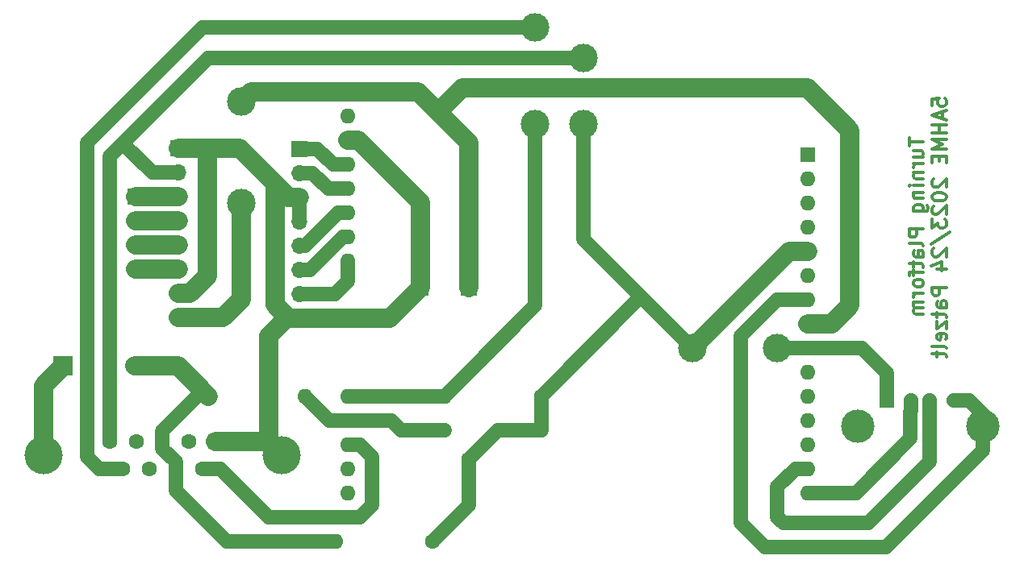
<source format=gbr>
G04 #@! TF.GenerationSoftware,KiCad,Pcbnew,7.0.10*
G04 #@! TF.CreationDate,2024-02-13T08:47:13+01:00*
G04 #@! TF.ProjectId,240116_Turning_Platform,32343031-3136-45f5-9475-726e696e675f,rev?*
G04 #@! TF.SameCoordinates,Original*
G04 #@! TF.FileFunction,Copper,L2,Bot*
G04 #@! TF.FilePolarity,Positive*
%FSLAX46Y46*%
G04 Gerber Fmt 4.6, Leading zero omitted, Abs format (unit mm)*
G04 Created by KiCad (PCBNEW 7.0.10) date 2024-02-13 08:47:13*
%MOMM*%
%LPD*%
G01*
G04 APERTURE LIST*
%ADD10C,0.300000*%
G04 #@! TA.AperFunction,NonConductor*
%ADD11C,0.300000*%
G04 #@! TD*
G04 #@! TA.AperFunction,ComponentPad*
%ADD12C,1.600000*%
G04 #@! TD*
G04 #@! TA.AperFunction,ComponentPad*
%ADD13O,1.600000X1.600000*%
G04 #@! TD*
G04 #@! TA.AperFunction,ComponentPad*
%ADD14R,2.000000X2.000000*%
G04 #@! TD*
G04 #@! TA.AperFunction,ComponentPad*
%ADD15C,2.000000*%
G04 #@! TD*
G04 #@! TA.AperFunction,ComponentPad*
%ADD16C,4.000000*%
G04 #@! TD*
G04 #@! TA.AperFunction,ComponentPad*
%ADD17R,1.600000X1.600000*%
G04 #@! TD*
G04 #@! TA.AperFunction,ComponentPad*
%ADD18R,1.700000X1.700000*%
G04 #@! TD*
G04 #@! TA.AperFunction,ComponentPad*
%ADD19O,1.700000X1.700000*%
G04 #@! TD*
G04 #@! TA.AperFunction,ComponentPad*
%ADD20R,1.524000X1.524000*%
G04 #@! TD*
G04 #@! TA.AperFunction,ComponentPad*
%ADD21C,1.524000*%
G04 #@! TD*
G04 #@! TA.AperFunction,ComponentPad*
%ADD22C,3.500000*%
G04 #@! TD*
G04 #@! TA.AperFunction,ViaPad*
%ADD23C,3.000000*%
G04 #@! TD*
G04 #@! TA.AperFunction,Conductor*
%ADD24C,2.000000*%
G04 #@! TD*
G04 #@! TA.AperFunction,Conductor*
%ADD25C,1.500000*%
G04 #@! TD*
G04 APERTURE END LIST*
D10*
D11*
X185930828Y-66842857D02*
X185930828Y-67700000D01*
X187430828Y-67271428D02*
X185930828Y-67271428D01*
X186430828Y-68842857D02*
X187430828Y-68842857D01*
X186430828Y-68199999D02*
X187216542Y-68199999D01*
X187216542Y-68199999D02*
X187359400Y-68271428D01*
X187359400Y-68271428D02*
X187430828Y-68414285D01*
X187430828Y-68414285D02*
X187430828Y-68628571D01*
X187430828Y-68628571D02*
X187359400Y-68771428D01*
X187359400Y-68771428D02*
X187287971Y-68842857D01*
X187430828Y-69557142D02*
X186430828Y-69557142D01*
X186716542Y-69557142D02*
X186573685Y-69628571D01*
X186573685Y-69628571D02*
X186502257Y-69700000D01*
X186502257Y-69700000D02*
X186430828Y-69842857D01*
X186430828Y-69842857D02*
X186430828Y-69985714D01*
X186430828Y-70485713D02*
X187430828Y-70485713D01*
X186573685Y-70485713D02*
X186502257Y-70557142D01*
X186502257Y-70557142D02*
X186430828Y-70699999D01*
X186430828Y-70699999D02*
X186430828Y-70914285D01*
X186430828Y-70914285D02*
X186502257Y-71057142D01*
X186502257Y-71057142D02*
X186645114Y-71128571D01*
X186645114Y-71128571D02*
X187430828Y-71128571D01*
X187430828Y-71842856D02*
X186430828Y-71842856D01*
X185930828Y-71842856D02*
X186002257Y-71771428D01*
X186002257Y-71771428D02*
X186073685Y-71842856D01*
X186073685Y-71842856D02*
X186002257Y-71914285D01*
X186002257Y-71914285D02*
X185930828Y-71842856D01*
X185930828Y-71842856D02*
X186073685Y-71842856D01*
X186430828Y-72557142D02*
X187430828Y-72557142D01*
X186573685Y-72557142D02*
X186502257Y-72628571D01*
X186502257Y-72628571D02*
X186430828Y-72771428D01*
X186430828Y-72771428D02*
X186430828Y-72985714D01*
X186430828Y-72985714D02*
X186502257Y-73128571D01*
X186502257Y-73128571D02*
X186645114Y-73200000D01*
X186645114Y-73200000D02*
X187430828Y-73200000D01*
X186430828Y-74557143D02*
X187645114Y-74557143D01*
X187645114Y-74557143D02*
X187787971Y-74485714D01*
X187787971Y-74485714D02*
X187859400Y-74414285D01*
X187859400Y-74414285D02*
X187930828Y-74271428D01*
X187930828Y-74271428D02*
X187930828Y-74057143D01*
X187930828Y-74057143D02*
X187859400Y-73914285D01*
X187359400Y-74557143D02*
X187430828Y-74414285D01*
X187430828Y-74414285D02*
X187430828Y-74128571D01*
X187430828Y-74128571D02*
X187359400Y-73985714D01*
X187359400Y-73985714D02*
X187287971Y-73914285D01*
X187287971Y-73914285D02*
X187145114Y-73842857D01*
X187145114Y-73842857D02*
X186716542Y-73842857D01*
X186716542Y-73842857D02*
X186573685Y-73914285D01*
X186573685Y-73914285D02*
X186502257Y-73985714D01*
X186502257Y-73985714D02*
X186430828Y-74128571D01*
X186430828Y-74128571D02*
X186430828Y-74414285D01*
X186430828Y-74414285D02*
X186502257Y-74557143D01*
X187430828Y-76414285D02*
X185930828Y-76414285D01*
X185930828Y-76414285D02*
X185930828Y-76985714D01*
X185930828Y-76985714D02*
X186002257Y-77128571D01*
X186002257Y-77128571D02*
X186073685Y-77200000D01*
X186073685Y-77200000D02*
X186216542Y-77271428D01*
X186216542Y-77271428D02*
X186430828Y-77271428D01*
X186430828Y-77271428D02*
X186573685Y-77200000D01*
X186573685Y-77200000D02*
X186645114Y-77128571D01*
X186645114Y-77128571D02*
X186716542Y-76985714D01*
X186716542Y-76985714D02*
X186716542Y-76414285D01*
X187430828Y-78128571D02*
X187359400Y-77985714D01*
X187359400Y-77985714D02*
X187216542Y-77914285D01*
X187216542Y-77914285D02*
X185930828Y-77914285D01*
X187430828Y-79342857D02*
X186645114Y-79342857D01*
X186645114Y-79342857D02*
X186502257Y-79271428D01*
X186502257Y-79271428D02*
X186430828Y-79128571D01*
X186430828Y-79128571D02*
X186430828Y-78842857D01*
X186430828Y-78842857D02*
X186502257Y-78699999D01*
X187359400Y-79342857D02*
X187430828Y-79199999D01*
X187430828Y-79199999D02*
X187430828Y-78842857D01*
X187430828Y-78842857D02*
X187359400Y-78699999D01*
X187359400Y-78699999D02*
X187216542Y-78628571D01*
X187216542Y-78628571D02*
X187073685Y-78628571D01*
X187073685Y-78628571D02*
X186930828Y-78699999D01*
X186930828Y-78699999D02*
X186859400Y-78842857D01*
X186859400Y-78842857D02*
X186859400Y-79199999D01*
X186859400Y-79199999D02*
X186787971Y-79342857D01*
X186430828Y-79842857D02*
X186430828Y-80414285D01*
X185930828Y-80057142D02*
X187216542Y-80057142D01*
X187216542Y-80057142D02*
X187359400Y-80128571D01*
X187359400Y-80128571D02*
X187430828Y-80271428D01*
X187430828Y-80271428D02*
X187430828Y-80414285D01*
X186430828Y-80700000D02*
X186430828Y-81271428D01*
X187430828Y-80914285D02*
X186145114Y-80914285D01*
X186145114Y-80914285D02*
X186002257Y-80985714D01*
X186002257Y-80985714D02*
X185930828Y-81128571D01*
X185930828Y-81128571D02*
X185930828Y-81271428D01*
X187430828Y-81985714D02*
X187359400Y-81842857D01*
X187359400Y-81842857D02*
X187287971Y-81771428D01*
X187287971Y-81771428D02*
X187145114Y-81700000D01*
X187145114Y-81700000D02*
X186716542Y-81700000D01*
X186716542Y-81700000D02*
X186573685Y-81771428D01*
X186573685Y-81771428D02*
X186502257Y-81842857D01*
X186502257Y-81842857D02*
X186430828Y-81985714D01*
X186430828Y-81985714D02*
X186430828Y-82200000D01*
X186430828Y-82200000D02*
X186502257Y-82342857D01*
X186502257Y-82342857D02*
X186573685Y-82414286D01*
X186573685Y-82414286D02*
X186716542Y-82485714D01*
X186716542Y-82485714D02*
X187145114Y-82485714D01*
X187145114Y-82485714D02*
X187287971Y-82414286D01*
X187287971Y-82414286D02*
X187359400Y-82342857D01*
X187359400Y-82342857D02*
X187430828Y-82200000D01*
X187430828Y-82200000D02*
X187430828Y-81985714D01*
X187430828Y-83128571D02*
X186430828Y-83128571D01*
X186716542Y-83128571D02*
X186573685Y-83200000D01*
X186573685Y-83200000D02*
X186502257Y-83271429D01*
X186502257Y-83271429D02*
X186430828Y-83414286D01*
X186430828Y-83414286D02*
X186430828Y-83557143D01*
X187430828Y-84057142D02*
X186430828Y-84057142D01*
X186573685Y-84057142D02*
X186502257Y-84128571D01*
X186502257Y-84128571D02*
X186430828Y-84271428D01*
X186430828Y-84271428D02*
X186430828Y-84485714D01*
X186430828Y-84485714D02*
X186502257Y-84628571D01*
X186502257Y-84628571D02*
X186645114Y-84700000D01*
X186645114Y-84700000D02*
X187430828Y-84700000D01*
X186645114Y-84700000D02*
X186502257Y-84771428D01*
X186502257Y-84771428D02*
X186430828Y-84914285D01*
X186430828Y-84914285D02*
X186430828Y-85128571D01*
X186430828Y-85128571D02*
X186502257Y-85271428D01*
X186502257Y-85271428D02*
X186645114Y-85342857D01*
X186645114Y-85342857D02*
X187430828Y-85342857D01*
X188345828Y-63450001D02*
X188345828Y-62735715D01*
X188345828Y-62735715D02*
X189060114Y-62664287D01*
X189060114Y-62664287D02*
X188988685Y-62735715D01*
X188988685Y-62735715D02*
X188917257Y-62878573D01*
X188917257Y-62878573D02*
X188917257Y-63235715D01*
X188917257Y-63235715D02*
X188988685Y-63378573D01*
X188988685Y-63378573D02*
X189060114Y-63450001D01*
X189060114Y-63450001D02*
X189202971Y-63521430D01*
X189202971Y-63521430D02*
X189560114Y-63521430D01*
X189560114Y-63521430D02*
X189702971Y-63450001D01*
X189702971Y-63450001D02*
X189774400Y-63378573D01*
X189774400Y-63378573D02*
X189845828Y-63235715D01*
X189845828Y-63235715D02*
X189845828Y-62878573D01*
X189845828Y-62878573D02*
X189774400Y-62735715D01*
X189774400Y-62735715D02*
X189702971Y-62664287D01*
X189417257Y-64092858D02*
X189417257Y-64807144D01*
X189845828Y-63950001D02*
X188345828Y-64450001D01*
X188345828Y-64450001D02*
X189845828Y-64950001D01*
X189845828Y-65450000D02*
X188345828Y-65450000D01*
X189060114Y-65450000D02*
X189060114Y-66307143D01*
X189845828Y-66307143D02*
X188345828Y-66307143D01*
X189845828Y-67021429D02*
X188345828Y-67021429D01*
X188345828Y-67021429D02*
X189417257Y-67521429D01*
X189417257Y-67521429D02*
X188345828Y-68021429D01*
X188345828Y-68021429D02*
X189845828Y-68021429D01*
X189060114Y-68735715D02*
X189060114Y-69235715D01*
X189845828Y-69450001D02*
X189845828Y-68735715D01*
X189845828Y-68735715D02*
X188345828Y-68735715D01*
X188345828Y-68735715D02*
X188345828Y-69450001D01*
X188488685Y-71164287D02*
X188417257Y-71235715D01*
X188417257Y-71235715D02*
X188345828Y-71378573D01*
X188345828Y-71378573D02*
X188345828Y-71735715D01*
X188345828Y-71735715D02*
X188417257Y-71878573D01*
X188417257Y-71878573D02*
X188488685Y-71950001D01*
X188488685Y-71950001D02*
X188631542Y-72021430D01*
X188631542Y-72021430D02*
X188774400Y-72021430D01*
X188774400Y-72021430D02*
X188988685Y-71950001D01*
X188988685Y-71950001D02*
X189845828Y-71092858D01*
X189845828Y-71092858D02*
X189845828Y-72021430D01*
X188345828Y-72950001D02*
X188345828Y-73092858D01*
X188345828Y-73092858D02*
X188417257Y-73235715D01*
X188417257Y-73235715D02*
X188488685Y-73307144D01*
X188488685Y-73307144D02*
X188631542Y-73378572D01*
X188631542Y-73378572D02*
X188917257Y-73450001D01*
X188917257Y-73450001D02*
X189274400Y-73450001D01*
X189274400Y-73450001D02*
X189560114Y-73378572D01*
X189560114Y-73378572D02*
X189702971Y-73307144D01*
X189702971Y-73307144D02*
X189774400Y-73235715D01*
X189774400Y-73235715D02*
X189845828Y-73092858D01*
X189845828Y-73092858D02*
X189845828Y-72950001D01*
X189845828Y-72950001D02*
X189774400Y-72807144D01*
X189774400Y-72807144D02*
X189702971Y-72735715D01*
X189702971Y-72735715D02*
X189560114Y-72664286D01*
X189560114Y-72664286D02*
X189274400Y-72592858D01*
X189274400Y-72592858D02*
X188917257Y-72592858D01*
X188917257Y-72592858D02*
X188631542Y-72664286D01*
X188631542Y-72664286D02*
X188488685Y-72735715D01*
X188488685Y-72735715D02*
X188417257Y-72807144D01*
X188417257Y-72807144D02*
X188345828Y-72950001D01*
X188488685Y-74021429D02*
X188417257Y-74092857D01*
X188417257Y-74092857D02*
X188345828Y-74235715D01*
X188345828Y-74235715D02*
X188345828Y-74592857D01*
X188345828Y-74592857D02*
X188417257Y-74735715D01*
X188417257Y-74735715D02*
X188488685Y-74807143D01*
X188488685Y-74807143D02*
X188631542Y-74878572D01*
X188631542Y-74878572D02*
X188774400Y-74878572D01*
X188774400Y-74878572D02*
X188988685Y-74807143D01*
X188988685Y-74807143D02*
X189845828Y-73950000D01*
X189845828Y-73950000D02*
X189845828Y-74878572D01*
X188345828Y-75378571D02*
X188345828Y-76307143D01*
X188345828Y-76307143D02*
X188917257Y-75807143D01*
X188917257Y-75807143D02*
X188917257Y-76021428D01*
X188917257Y-76021428D02*
X188988685Y-76164286D01*
X188988685Y-76164286D02*
X189060114Y-76235714D01*
X189060114Y-76235714D02*
X189202971Y-76307143D01*
X189202971Y-76307143D02*
X189560114Y-76307143D01*
X189560114Y-76307143D02*
X189702971Y-76235714D01*
X189702971Y-76235714D02*
X189774400Y-76164286D01*
X189774400Y-76164286D02*
X189845828Y-76021428D01*
X189845828Y-76021428D02*
X189845828Y-75592857D01*
X189845828Y-75592857D02*
X189774400Y-75450000D01*
X189774400Y-75450000D02*
X189702971Y-75378571D01*
X188274400Y-78021428D02*
X190202971Y-76735714D01*
X188488685Y-78450000D02*
X188417257Y-78521428D01*
X188417257Y-78521428D02*
X188345828Y-78664286D01*
X188345828Y-78664286D02*
X188345828Y-79021428D01*
X188345828Y-79021428D02*
X188417257Y-79164286D01*
X188417257Y-79164286D02*
X188488685Y-79235714D01*
X188488685Y-79235714D02*
X188631542Y-79307143D01*
X188631542Y-79307143D02*
X188774400Y-79307143D01*
X188774400Y-79307143D02*
X188988685Y-79235714D01*
X188988685Y-79235714D02*
X189845828Y-78378571D01*
X189845828Y-78378571D02*
X189845828Y-79307143D01*
X188845828Y-80592857D02*
X189845828Y-80592857D01*
X188274400Y-80235714D02*
X189345828Y-79878571D01*
X189345828Y-79878571D02*
X189345828Y-80807142D01*
X189845828Y-82521427D02*
X188345828Y-82521427D01*
X188345828Y-82521427D02*
X188345828Y-83092856D01*
X188345828Y-83092856D02*
X188417257Y-83235713D01*
X188417257Y-83235713D02*
X188488685Y-83307142D01*
X188488685Y-83307142D02*
X188631542Y-83378570D01*
X188631542Y-83378570D02*
X188845828Y-83378570D01*
X188845828Y-83378570D02*
X188988685Y-83307142D01*
X188988685Y-83307142D02*
X189060114Y-83235713D01*
X189060114Y-83235713D02*
X189131542Y-83092856D01*
X189131542Y-83092856D02*
X189131542Y-82521427D01*
X189845828Y-84664285D02*
X189060114Y-84664285D01*
X189060114Y-84664285D02*
X188917257Y-84592856D01*
X188917257Y-84592856D02*
X188845828Y-84449999D01*
X188845828Y-84449999D02*
X188845828Y-84164285D01*
X188845828Y-84164285D02*
X188917257Y-84021427D01*
X189774400Y-84664285D02*
X189845828Y-84521427D01*
X189845828Y-84521427D02*
X189845828Y-84164285D01*
X189845828Y-84164285D02*
X189774400Y-84021427D01*
X189774400Y-84021427D02*
X189631542Y-83949999D01*
X189631542Y-83949999D02*
X189488685Y-83949999D01*
X189488685Y-83949999D02*
X189345828Y-84021427D01*
X189345828Y-84021427D02*
X189274400Y-84164285D01*
X189274400Y-84164285D02*
X189274400Y-84521427D01*
X189274400Y-84521427D02*
X189202971Y-84664285D01*
X188845828Y-85164285D02*
X188845828Y-85735713D01*
X188345828Y-85378570D02*
X189631542Y-85378570D01*
X189631542Y-85378570D02*
X189774400Y-85449999D01*
X189774400Y-85449999D02*
X189845828Y-85592856D01*
X189845828Y-85592856D02*
X189845828Y-85735713D01*
X188845828Y-86092856D02*
X188845828Y-86878571D01*
X188845828Y-86878571D02*
X189845828Y-86092856D01*
X189845828Y-86092856D02*
X189845828Y-86878571D01*
X189774400Y-88021428D02*
X189845828Y-87878571D01*
X189845828Y-87878571D02*
X189845828Y-87592857D01*
X189845828Y-87592857D02*
X189774400Y-87449999D01*
X189774400Y-87449999D02*
X189631542Y-87378571D01*
X189631542Y-87378571D02*
X189060114Y-87378571D01*
X189060114Y-87378571D02*
X188917257Y-87449999D01*
X188917257Y-87449999D02*
X188845828Y-87592857D01*
X188845828Y-87592857D02*
X188845828Y-87878571D01*
X188845828Y-87878571D02*
X188917257Y-88021428D01*
X188917257Y-88021428D02*
X189060114Y-88092857D01*
X189060114Y-88092857D02*
X189202971Y-88092857D01*
X189202971Y-88092857D02*
X189345828Y-87378571D01*
X189845828Y-88949999D02*
X189774400Y-88807142D01*
X189774400Y-88807142D02*
X189631542Y-88735713D01*
X189631542Y-88735713D02*
X188345828Y-88735713D01*
X188845828Y-89307142D02*
X188845828Y-89878570D01*
X188345828Y-89521427D02*
X189631542Y-89521427D01*
X189631542Y-89521427D02*
X189774400Y-89592856D01*
X189774400Y-89592856D02*
X189845828Y-89735713D01*
X189845828Y-89735713D02*
X189845828Y-89878570D01*
D12*
X135890000Y-109220000D03*
D13*
X125730000Y-109220000D03*
D14*
X97155000Y-90805000D03*
D15*
X104655000Y-90805000D03*
D12*
X112395000Y-93980000D03*
D13*
X122555000Y-93980000D03*
D16*
X95105000Y-100180000D03*
X120105000Y-100180000D03*
D17*
X113145000Y-98760000D03*
D12*
X110375000Y-98760000D03*
X107605000Y-98760000D03*
X104835000Y-98760000D03*
X102065000Y-98760000D03*
X111760000Y-101600000D03*
X108990000Y-101600000D03*
X106220000Y-101600000D03*
X103450000Y-101600000D03*
D17*
X175260000Y-68580000D03*
D13*
X175260000Y-71120000D03*
X175260000Y-73660000D03*
X175260000Y-76200000D03*
X175260000Y-78740000D03*
X175260000Y-81280000D03*
X175260000Y-83820000D03*
X175260000Y-86360000D03*
X175260000Y-91440000D03*
X175260000Y-93980000D03*
X175260000Y-96520000D03*
X175260000Y-99060000D03*
X175260000Y-101600000D03*
X175260000Y-104140000D03*
X127000000Y-104140000D03*
X127000000Y-101600000D03*
X127000000Y-99060000D03*
X127000000Y-96520000D03*
X127000000Y-93980000D03*
X127000000Y-79760000D03*
X127000000Y-77220000D03*
X127000000Y-74680000D03*
X127000000Y-72140000D03*
X127000000Y-69600000D03*
X127000000Y-67060000D03*
X127000000Y-64520000D03*
D18*
X104775000Y-73025000D03*
D19*
X104775000Y-75565000D03*
X104775000Y-78105000D03*
X104775000Y-80645000D03*
D12*
X147320000Y-93980000D03*
D13*
X137160000Y-93980000D03*
D12*
X139700000Y-100584000D03*
D13*
X129540000Y-100584000D03*
D18*
X134620000Y-82550000D03*
X109220000Y-67945000D03*
D19*
X109220000Y-70485000D03*
X109220000Y-73025000D03*
X109220000Y-75565000D03*
X109220000Y-78105000D03*
X109220000Y-80645000D03*
X109220000Y-83185000D03*
X109220000Y-85725000D03*
D18*
X121920000Y-67960000D03*
D19*
X121920000Y-70500000D03*
X121920000Y-73040000D03*
X121920000Y-75580000D03*
X121920000Y-78120000D03*
X121920000Y-80660000D03*
X121920000Y-83200000D03*
X121920000Y-85740000D03*
D18*
X139700000Y-82550000D03*
D20*
X183605000Y-94445000D03*
D21*
X186105000Y-94445000D03*
X188105000Y-94445000D03*
X190605000Y-94445000D03*
D22*
X180535000Y-97155000D03*
X193675000Y-97155000D03*
D23*
X172085000Y-88900000D03*
X163195000Y-88900000D03*
X151765000Y-65405000D03*
X151765000Y-58420000D03*
X115824000Y-62992000D03*
X115824000Y-73660000D03*
X146685000Y-65405000D03*
X146685000Y-55245000D03*
D24*
X109220000Y-90805000D02*
X111823500Y-93408500D01*
X111823500Y-93408500D02*
X112395000Y-93980000D01*
D25*
X107605000Y-98760000D02*
X107605000Y-97627000D01*
X107605000Y-97627000D02*
X111823500Y-93408500D01*
X108990000Y-101600000D02*
X108990000Y-100862000D01*
X108990000Y-100862000D02*
X107605000Y-99477000D01*
X107605000Y-99477000D02*
X107605000Y-98760000D01*
X125730000Y-109220000D02*
X114300000Y-109220000D01*
X114300000Y-109220000D02*
X108990000Y-103910000D01*
X108990000Y-103910000D02*
X108990000Y-101600000D01*
X135890000Y-109220000D02*
X139700000Y-105410000D01*
X139700000Y-105410000D02*
X139700000Y-100584000D01*
D24*
X104655000Y-90805000D02*
X109220000Y-90805000D01*
X95105000Y-100180000D02*
X95105000Y-92855000D01*
X95105000Y-92855000D02*
X97155000Y-90805000D01*
D25*
X103450000Y-101600000D02*
X100965000Y-101600000D01*
X100965000Y-101600000D02*
X99695000Y-100330000D01*
X99695000Y-100330000D02*
X99695000Y-67310000D01*
X99695000Y-67310000D02*
X111760000Y-55245000D01*
X111760000Y-55245000D02*
X146685000Y-55245000D01*
X122555000Y-93980000D02*
X125095000Y-96520000D01*
X125095000Y-96520000D02*
X127000000Y-96520000D01*
D24*
X121920000Y-85740000D02*
X131430000Y-85740000D01*
X131430000Y-85740000D02*
X134620000Y-82550000D01*
X120635000Y-85740000D02*
X118745000Y-87630000D01*
X120792000Y-85740000D02*
X120635000Y-85740000D01*
X118745000Y-87630000D02*
X118745000Y-98700000D01*
X118745000Y-98700000D02*
X118685000Y-98760000D01*
D25*
X160083500Y-85788500D02*
X163195000Y-88900000D01*
X183605000Y-94445000D02*
X183605000Y-91530000D01*
D24*
X173355000Y-78740000D02*
X175260000Y-78740000D01*
D25*
X151765000Y-64770000D02*
X151765000Y-77470000D01*
X157797500Y-83502500D02*
X160083500Y-85788500D01*
X147320000Y-93980000D02*
X147320000Y-97536000D01*
X180975000Y-88900000D02*
X172085000Y-88900000D01*
X106553000Y-70485000D02*
X103441500Y-67373500D01*
D24*
X163195000Y-88900000D02*
X173355000Y-78740000D01*
D25*
X102065000Y-98760000D02*
X102065000Y-68750000D01*
X109220000Y-70485000D02*
X106553000Y-70485000D01*
X142748000Y-97536000D02*
X147320000Y-97536000D01*
X103441500Y-67373500D02*
X112395000Y-58420000D01*
X182245000Y-90170000D02*
X180975000Y-88900000D01*
X151765000Y-77470000D02*
X157797500Y-83502500D01*
X102065000Y-68750000D02*
X103441500Y-67373500D01*
X112395000Y-58420000D02*
X151765000Y-58420000D01*
X147320000Y-93980000D02*
X157797500Y-83502500D01*
X139700000Y-100584000D02*
X142748000Y-97536000D01*
X183605000Y-91530000D02*
X182245000Y-90170000D01*
X175260000Y-83820000D02*
X172085000Y-83820000D01*
X193675000Y-95885000D02*
X192235000Y-94445000D01*
X193675000Y-97155000D02*
X193675000Y-95885000D01*
X172085000Y-83820000D02*
X168275000Y-87630000D01*
X168275000Y-87630000D02*
X168275000Y-107315000D01*
X183515000Y-109855000D02*
X193675000Y-99695000D01*
X168275000Y-107315000D02*
X170815000Y-109855000D01*
X192235000Y-94445000D02*
X190605000Y-94445000D01*
X170815000Y-109855000D02*
X183515000Y-109855000D01*
X193675000Y-99695000D02*
X193675000Y-97155000D01*
D24*
X115824000Y-83820000D02*
X115824000Y-73660000D01*
X139700000Y-67310000D02*
X136525000Y-64135000D01*
X139700000Y-82550000D02*
X139700000Y-67310000D01*
X136525000Y-64135000D02*
X139065000Y-61595000D01*
X134366000Y-61976000D02*
X116840000Y-61976000D01*
X179705000Y-84455000D02*
X177800000Y-86360000D01*
X177800000Y-86360000D02*
X175260000Y-86360000D01*
X139065000Y-61595000D02*
X175260000Y-61595000D01*
X113919000Y-85725000D02*
X115824000Y-83820000D01*
X179705000Y-66040000D02*
X179705000Y-84455000D01*
X175260000Y-61595000D02*
X179705000Y-66040000D01*
X109220000Y-85725000D02*
X113919000Y-85725000D01*
X136525000Y-64135000D02*
X134366000Y-61976000D01*
X116840000Y-61976000D02*
X115824000Y-62992000D01*
D25*
X172085000Y-103505000D02*
X173990000Y-101600000D01*
X172085000Y-106680000D02*
X172085000Y-103505000D01*
X188105000Y-100820000D02*
X181610000Y-107315000D01*
X172720000Y-107315000D02*
X172085000Y-106680000D01*
X173990000Y-101600000D02*
X175260000Y-101600000D01*
X188105000Y-94445000D02*
X188105000Y-100820000D01*
X181610000Y-107315000D02*
X172720000Y-107315000D01*
X186055000Y-98425000D02*
X180340000Y-104140000D01*
X186105000Y-94445000D02*
X186105000Y-95522630D01*
X186055000Y-95572630D02*
X186055000Y-98425000D01*
X180340000Y-104140000D02*
X175260000Y-104140000D01*
X186105000Y-95522630D02*
X186055000Y-95572630D01*
X113665000Y-101600000D02*
X111760000Y-101600000D01*
X118745000Y-106680000D02*
X113665000Y-101600000D01*
X128270000Y-106680000D02*
X118745000Y-106680000D01*
X129540000Y-100330000D02*
X129540000Y-105410000D01*
X129540000Y-105410000D02*
X128270000Y-106680000D01*
X127000000Y-99060000D02*
X128270000Y-99060000D01*
X128270000Y-99060000D02*
X129540000Y-100330000D01*
X132588000Y-97536000D02*
X131572000Y-96520000D01*
X131572000Y-96520000D02*
X127000000Y-96520000D01*
X137160000Y-97536000D02*
X132588000Y-97536000D01*
X146685000Y-64770000D02*
X146685000Y-84455000D01*
X139192000Y-91948000D02*
X137160000Y-93980000D01*
X137160000Y-93980000D02*
X127000000Y-93980000D01*
X146685000Y-84455000D02*
X139192000Y-91948000D01*
X125715000Y-83200000D02*
X127000000Y-81915000D01*
X127000000Y-81915000D02*
X127000000Y-79760000D01*
X121920000Y-83200000D02*
X125715000Y-83200000D01*
X126488000Y-77220000D02*
X127000000Y-77220000D01*
X121920000Y-80660000D02*
X123048000Y-80660000D01*
X123048000Y-80660000D02*
X126488000Y-77220000D01*
X125984000Y-74676000D02*
X125988000Y-74680000D01*
X121920000Y-78120000D02*
X122540000Y-78120000D01*
X125988000Y-74680000D02*
X127000000Y-74680000D01*
X122540000Y-78120000D02*
X125984000Y-74676000D01*
X123332000Y-70500000D02*
X124972000Y-72140000D01*
X124972000Y-72140000D02*
X127000000Y-72140000D01*
X121920000Y-70500000D02*
X123332000Y-70500000D01*
X123840000Y-67960000D02*
X125480000Y-69600000D01*
X125480000Y-69600000D02*
X127000000Y-69600000D01*
X121920000Y-67960000D02*
X123840000Y-67960000D01*
D24*
X118685000Y-98760000D02*
X120105000Y-100180000D01*
X119380000Y-71628000D02*
X115697000Y-67945000D01*
D25*
X121920000Y-75580000D02*
X121920000Y-73040000D01*
D24*
X112268000Y-67945000D02*
X109220000Y-67945000D01*
X112268000Y-81339081D02*
X112268000Y-67945000D01*
X134620000Y-73548630D02*
X128131370Y-67060000D01*
X120792000Y-73040000D02*
X119380000Y-71628000D01*
X121920000Y-73040000D02*
X120792000Y-73040000D01*
X120792000Y-85740000D02*
X119380000Y-84328000D01*
X128131370Y-67060000D02*
X127000000Y-67060000D01*
X134620000Y-82550000D02*
X134620000Y-73548630D01*
X119380000Y-84328000D02*
X119380000Y-71628000D01*
X117140000Y-98760000D02*
X118685000Y-98760000D01*
D25*
X114600000Y-98760000D02*
X114300000Y-98760000D01*
D24*
X110422081Y-83185000D02*
X112268000Y-81339081D01*
X109220000Y-83185000D02*
X110422081Y-83185000D01*
D25*
X113145000Y-98760000D02*
X114300000Y-98760000D01*
D24*
X115697000Y-67945000D02*
X112268000Y-67945000D01*
X117140000Y-98760000D02*
X113145000Y-98760000D01*
X121920000Y-85740000D02*
X120792000Y-85740000D01*
X104775000Y-73025000D02*
X109220000Y-73025000D01*
X109220000Y-75565000D02*
X104775000Y-75565000D01*
X104775000Y-78105000D02*
X109220000Y-78105000D01*
X109220000Y-80645000D02*
X104775000Y-80645000D01*
M02*

</source>
